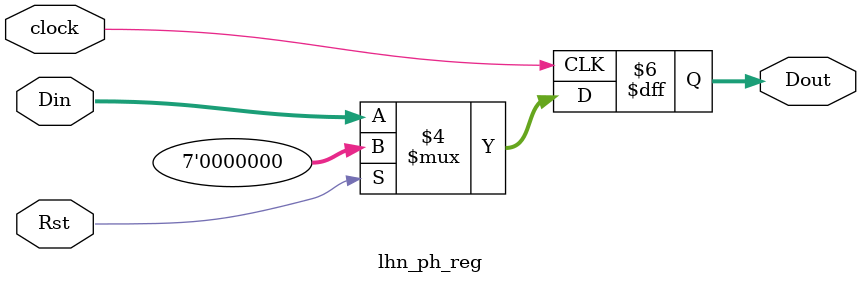
<source format=v>
module lhn_ph_reg (Din,Rst, clock, Dout);
	input [6:0] Din;
	input Rst,clock;
	output reg [6:0] Dout;
	
	always @(posedge clock)
		if (Rst == 1) begin
			Dout = 7'b0000000;
			//ShOut= Dout[0];
		end
		else Dout=Din;
		
	endmodule 
		
</source>
